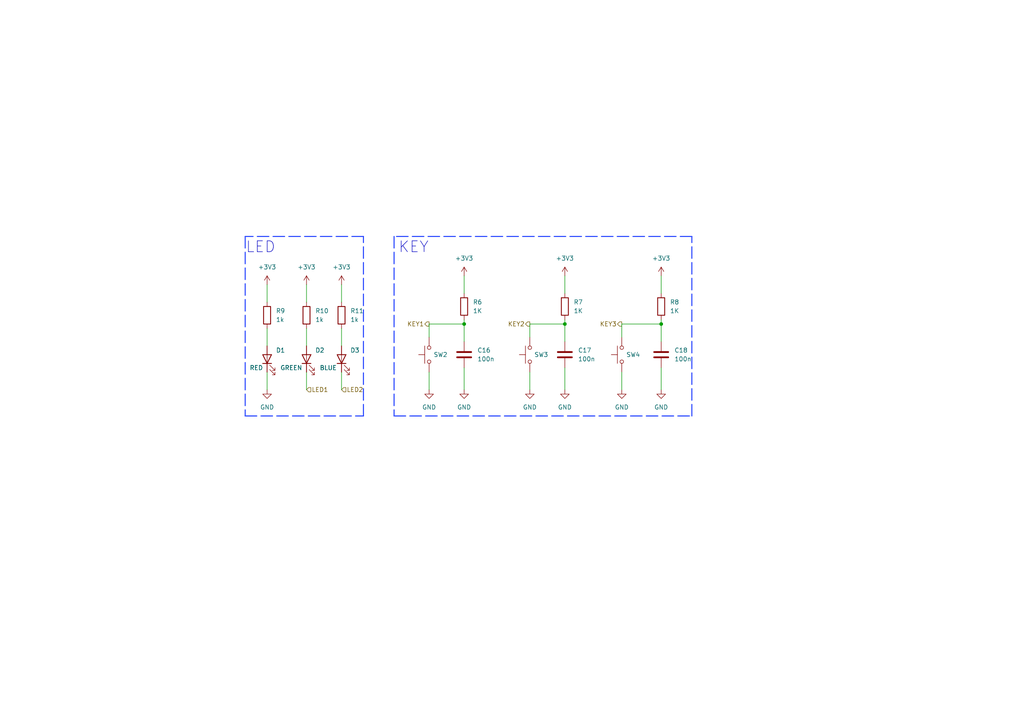
<source format=kicad_sch>
(kicad_sch (version 20211123) (generator eeschema)
  (paper "A4")
  (lib_symbols
    (symbol "Device:C" (pin_numbers hide) (pin_names (offset 0.254))
      (property "Reference" "C" (at 0.635 2.54 0))
      (property "Value" "C" (at 0.635 -2.54 0))
      (symbol "C_0_1"
        (polyline (pts (xy -2.032 -0.762) (xy 2.032 -0.762)) (stroke (width 0.508)))
        (polyline (pts (xy -2.032 0.762) (xy 2.032 0.762)) (stroke (width 0.508)))
      )
      (symbol "C_1_1"
        (pin passive line (at 0 3.81 270) (length 2.794) (name "~") (number "1"))
        (pin passive line (at 0 -3.81 90) (length 2.794) (name "~") (number "2"))
      )
    )
    (symbol "Device:LED" (pin_numbers hide) (pin_names (offset 1.016) hide)
      (property "Reference" "D" (at 0 2.54 0))
      (property "Value" "LED" (at 0 -2.54 0))
      (symbol "LED_0_1"
        (polyline (pts (xy -1.27 -1.27) (xy -1.27 1.27)) (stroke (width 0.254)))
        (polyline (pts (xy -1.27 0) (xy 1.27 0)))
        (polyline (pts (xy 1.27 -1.27) (xy 1.27 1.27) (xy -1.27 0) (xy 1.27 -1.27)) (stroke (width 0.254)))
        (polyline (pts (xy -3.048 -0.762) (xy -4.572 -2.286) (xy -3.81 -2.286) (xy -4.572 -2.286) (xy -4.572 -1.524)))
        (polyline (pts (xy -1.778 -0.762) (xy -3.302 -2.286) (xy -2.54 -2.286) (xy -3.302 -2.286) (xy -3.302 -1.524)))
      )
      (symbol "LED_1_1"
        (pin passive line (at -3.81 0 0) (length 2.54) (name "K") (number "1"))
        (pin passive line (at 3.81 0 180) (length 2.54) (name "A") (number "2"))
      )
    )
    (symbol "Device:R" (pin_numbers hide) (pin_names (offset 0))
      (property "Reference" "R" (at 2.032 0 90))
      (property "Value" "R" (at 0 0 90))
      (symbol "R_0_1"
        (rectangle (start -1.016 -2.54) (end 1.016 2.54) (stroke (width 0.254)))
      )
      (symbol "R_1_1"
        (pin passive line (at 0 3.81 270) (length 1.27) (name "~") (number "1"))
        (pin passive line (at 0 -3.81 90) (length 1.27) (name "~") (number "2"))
      )
    )
    (symbol "Switch:SW_Push" (pin_numbers hide) (pin_names (offset 1.016) hide)
      (property "Reference" "SW" (at 1.27 2.54 0))
      (property "Value" "SW_Push" (at 0 -1.524 0))
      (symbol "SW_Push_0_1"
        (circle (center -2.032 0) (radius 0.508))
        (polyline (pts (xy 0 1.27) (xy 0 3.048)))
        (polyline (pts (xy 2.54 1.27) (xy -2.54 1.27)))
        (circle (center 2.032 0) (radius 0.508))
        (pin passive line (at -5.08 0 0) (length 2.54) (name "1") (number "1"))
        (pin passive line (at 5.08 0 180) (length 2.54) (name "2") (number "2"))
      )
    )
    (symbol "power:+3V3" (power) (pin_names (offset 0))
      (property "Value" "+3V3" (at 0 3.556 0))
      (symbol "+3V3_0_1"
        (polyline (pts (xy -0.762 1.27) (xy 0 2.54)))
        (polyline (pts (xy 0 0) (xy 0 2.54)))
        (polyline (pts (xy 0 2.54) (xy 0.762 1.27)))
      )
      (symbol "+3V3_1_1"
        (pin power_in line (at 0 0 90) (length 0) hide (name "+3V3") (number "1"))
      )
    )
    (symbol "power:GND" (power) (pin_names (offset 0))
      (property "Value" "GND" (at 0 -3.81 0))
      (symbol "GND_0_1"
        (polyline (pts (xy 0 0) (xy 0 -1.27) (xy 1.27 -1.27) (xy 0 -2.54) (xy -1.27 -1.27) (xy 0 -1.27)))
      )
      (symbol "GND_1_1"
        (pin power_in line (at 0 0 270) (length 0) hide (name "GND") (number "1"))
      )
    )
  )
  (junction (at 191.77 93.98))
  (junction (at 134.62 93.98))
  (junction (at 163.83 93.98))
  (wire (pts (xy 180.34 93.98) (xy 191.77 93.98)))
  (wire (pts (xy 134.62 93.98) (xy 134.62 99.06)))
  (wire (pts (xy 124.46 93.98) (xy 134.62 93.98)))
  (wire (pts (xy 163.83 106.68) (xy 163.83 113.03)))
  (wire (pts (xy 77.47 82.55) (xy 77.47 87.63)))
  (wire (pts (xy 163.83 92.71) (xy 163.83 93.98)))
  (wire (pts (xy 153.67 107.95) (xy 153.67 113.03)))
  (wire (pts (xy 77.47 107.95) (xy 77.47 113.03)))
  (wire (pts (xy 88.9 82.55) (xy 88.9 87.63)))
  (wire (pts (xy 163.83 93.98) (xy 163.83 99.06)))
  (wire (pts (xy 134.62 92.71) (xy 134.62 93.98)))
  (wire (pts (xy 99.06 107.95) (xy 99.06 113.03)))
  (bus (pts (xy 114.3 120.65) (xy 200.66 120.65)) (stroke (width 0) (type dash) (color 39 69 255 1)))
  (bus (pts (xy 71.12 120.65) (xy 105.41 120.65)) (stroke (width 0) (type dash) (color 39 69 255 1)))
  (wire (pts (xy 88.9 95.25) (xy 88.9 100.33)))
  (wire (pts (xy 180.34 97.79) (xy 180.34 93.98)))
  (wire (pts (xy 134.62 80.01) (xy 134.62 85.09)))
  (wire (pts (xy 99.06 82.55) (xy 99.06 87.63)))
  (bus (pts (xy 71.12 68.58) (xy 71.12 120.65)) (stroke (width 0) (type dash) (color 39 69 255 1)))
  (wire (pts (xy 191.77 106.68) (xy 191.77 113.03)))
  (wire (pts (xy 153.67 93.98) (xy 163.83 93.98)))
  (wire (pts (xy 88.9 107.95) (xy 88.9 113.03)))
  (wire (pts (xy 124.46 107.95) (xy 124.46 113.03)))
  (wire (pts (xy 153.67 97.79) (xy 153.67 93.98)))
  (wire (pts (xy 191.77 93.98) (xy 191.77 99.06)))
  (wire (pts (xy 180.34 107.95) (xy 180.34 113.03)))
  (wire (pts (xy 191.77 92.71) (xy 191.77 93.98)))
  (bus (pts (xy 105.41 120.65) (xy 105.41 68.58)) (stroke (width 0) (type dash) (color 39 69 255 1)))
  (wire (pts (xy 77.47 95.25) (xy 77.47 100.33)))
  (wire (pts (xy 124.46 97.79) (xy 124.46 93.98)))
  (bus (pts (xy 200.66 120.65) (xy 200.66 68.58)) (stroke (width 0) (type dash) (color 39 69 255 1)))
  (wire (pts (xy 99.06 95.25) (xy 99.06 100.33)))
  (wire (pts (xy 191.77 80.01) (xy 191.77 85.09)))
  (bus (pts (xy 200.66 68.58) (xy 114.3 68.58)) (stroke (width 0) (type dash) (color 39 69 255 1)))
  (wire (pts (xy 134.62 106.68) (xy 134.62 113.03)))
  (bus (pts (xy 105.41 68.58) (xy 71.12 68.58)) (stroke (width 0) (type dash) (color 39 69 255 1)))
  (wire (pts (xy 163.83 80.01) (xy 163.83 85.09)))
  (bus (pts (xy 114.3 68.58) (xy 114.3 120.65)) (stroke (width 0) (type dash) (color 39 69 255 1)))
  (text "KEY\n" (at 124.46 73.66 180) (effects (font (size 3.17 3.17)) (justify right bottom)))
  (text "LED\n" (at 80.01 73.66 180) (effects (font (size 3.17 3.17)) (justify right bottom)))
  (hierarchical_label "LED2" (shape input) (at 99.06 113.03 0))
  (hierarchical_label "KEY1" (shape output) (at 124.46 93.98 180))
  (hierarchical_label "KEY2" (shape output) (at 153.67 93.98 180))
  (hierarchical_label "KEY3" (shape output) (at 180.34 93.98 180))
  (hierarchical_label "LED1" (shape input) (at 88.9 113.03 0))
  (symbol (lib_id "Device:R") (at 191.77 88.9 0) (unit 1)
    (property "Reference" "R8" (at 194.31 87.6299 0) (effects (justify left)))
    (property "Value" "1K" (at 194.31 90.1699 0) (effects (justify left)))
    (property "Footprint" "R_0603_1608Metric" (effects hide))
  )
  (symbol (lib_id "Device:R") (at 88.9 91.44 0) (unit 1)
    (property "Reference" "R10" (at 91.44 90.1699 0) (effects (justify left)))
    (property "Value" "1k" (at 91.44 92.7099 0) (effects (justify left)))
    (property "Footprint" "R_0603_1608Metric" (effects hide))
  )
  (symbol (lib_id "power:GND") (at 124.46 113.03 0) (unit 1)
    (property "Reference" "#PWR0136" (effects hide))
    (property "Value" "GND" (at 124.46 118.11 0))
  )
  (symbol (lib_id "Switch:SW_Push") (at 180.34 102.87 90) (unit 1)
    (property "Reference" "SW4" (at 181.61 102.8699 90) (effects (justify right)))
    (property "Value" "SW_Push" (effects hide))
    (property "Footprint" "SW_Push_1P1T_NO_6x6mm_H9.5mm" (effects hide))
  )
  (symbol (lib_id "Device:C") (at 163.83 102.87 0) (unit 1)
    (property "Reference" "C17" (at 167.64 101.5999 0) (effects (justify left)))
    (property "Value" "100n" (at 167.64 104.1399 0) (effects (justify left)))
    (property "Footprint" "C_0603_1608Metric" (effects hide))
  )
  (symbol (lib_id "Switch:SW_Push") (at 153.67 102.87 90) (unit 1)
    (property "Reference" "SW3" (at 154.94 102.8699 90) (effects (justify right)))
    (property "Value" "SW_Push" (effects hide))
    (property "Footprint" "SW_Push_1P1T_NO_6x6mm_H9.5mm" (effects hide))
  )
  (symbol (lib_id "power:GND") (at 134.62 113.03 0) (unit 1)
    (property "Reference" "#PWR0142" (effects hide))
    (property "Value" "GND" (at 134.62 118.11 0))
  )
  (symbol (lib_id "Device:LED") (at 88.9 104.14 90) (unit 1)
    (property "Reference" "D2" (at 91.44 101.6 90) (effects (justify right)))
    (property "Value" "GREEN" (at 81.28 106.68 90) (effects (justify right)))
    (property "Footprint" "LED_0603_1608Metric" (effects hide))
  )
  (symbol (lib_id "Device:C") (at 134.62 102.87 0) (unit 1)
    (property "Reference" "C16" (at 138.43 101.5999 0) (effects (justify left)))
    (property "Value" "100n" (at 138.43 104.1399 0) (effects (justify left)))
    (property "Footprint" "C_0603_1608Metric" (effects hide))
  )
  (symbol (lib_id "Device:R") (at 134.62 88.9 0) (unit 1)
    (property "Reference" "R6" (at 137.16 87.6299 0) (effects (justify left)))
    (property "Value" "1K" (at 137.16 90.1699 0) (effects (justify left)))
    (property "Footprint" "R_0603_1608Metric" (effects hide))
  )
  (symbol (lib_id "power:GND") (at 153.67 113.03 0) (unit 1)
    (property "Reference" "#PWR0144" (effects hide))
    (property "Value" "GND" (at 153.67 118.11 0))
  )
  (symbol (lib_id "Device:LED") (at 77.47 104.14 90) (unit 1)
    (property "Reference" "D1" (at 80.01 101.6 90) (effects (justify right)))
    (property "Value" "RED" (at 72.39 106.68 90) (effects (justify right)))
    (property "Footprint" "LED_0603_1608Metric" (effects hide))
  )
  (symbol (lib_id "Device:C") (at 191.77 102.87 0) (unit 1)
    (property "Reference" "C18" (at 195.58 101.5999 0) (effects (justify left)))
    (property "Value" "100n" (at 195.58 104.1399 0) (effects (justify left)))
    (property "Footprint" "C_0603_1608Metric" (effects hide))
  )
  (symbol (lib_id "power:+3V3") (at 88.9 82.55 0) (unit 1)
    (property "Reference" "#PWR0141" (effects hide))
    (property "Value" "+3V3" (at 88.9 77.47 0))
  )
  (symbol (lib_id "Switch:SW_Push") (at 124.46 102.87 90) (unit 1)
    (property "Reference" "SW2" (at 125.73 102.8699 90) (effects (justify right)))
    (property "Value" "SW_Push" (effects hide))
    (property "Footprint" "SW_Push_1P1T_NO_6x6mm_H9.5mm" (effects hide))
  )
  (symbol (lib_id "power:+3V3") (at 134.62 80.01 0) (unit 1)
    (property "Reference" "#PWR0148" (effects hide))
    (property "Value" "+3V3" (at 134.62 74.93 0))
  )
  (symbol (lib_id "power:+3V3") (at 163.83 80.01 0) (unit 1)
    (property "Reference" "#PWR0149" (effects hide))
    (property "Value" "+3V3" (at 163.83 74.93 0))
  )
  (symbol (lib_id "power:+3V3") (at 77.47 82.55 0) (unit 1)
    (property "Reference" "#PWR0135" (effects hide))
    (property "Value" "+3V3" (at 77.47 77.47 0))
  )
  (symbol (lib_id "Device:R") (at 77.47 91.44 0) (unit 1)
    (property "Reference" "R9" (at 80.01 90.1699 0) (effects (justify left)))
    (property "Value" "1k" (at 80.01 92.7099 0) (effects (justify left)))
    (property "Footprint" "R_0603_1608Metric" (effects hide))
  )
  (symbol (lib_id "power:GND") (at 180.34 113.03 0) (unit 1)
    (property "Reference" "#PWR0145" (effects hide))
    (property "Value" "GND" (at 180.34 118.11 0))
  )
  (symbol (lib_id "power:GND") (at 77.47 113.03 0) (unit 1)
    (property "Reference" "#PWR0138" (effects hide))
    (property "Value" "GND" (at 77.47 118.11 0))
  )
  (symbol (lib_id "Device:R") (at 163.83 88.9 0) (unit 1)
    (property "Reference" "R7" (at 166.37 87.6299 0) (effects (justify left)))
    (property "Value" "1K" (at 166.37 90.1699 0) (effects (justify left)))
    (property "Footprint" "R_0603_1608Metric" (effects hide))
  )
  (symbol (lib_id "power:+3V3") (at 191.77 80.01 0) (unit 1)
    (property "Reference" "#PWR0146" (effects hide))
    (property "Value" "+3V3" (at 191.77 74.93 0))
  )
  (symbol (lib_id "Device:R") (at 99.06 91.44 0) (unit 1)
    (property "Reference" "R11" (at 101.6 90.1699 0) (effects (justify left)))
    (property "Value" "1k" (at 101.6 92.7099 0) (effects (justify left)))
    (property "Footprint" "R_0603_1608Metric" (effects hide))
  )
  (symbol (lib_id "Device:LED") (at 99.06 104.14 90) (unit 1)
    (property "Reference" "D3" (at 101.6 101.6 90) (effects (justify right)))
    (property "Value" "BLUE" (at 92.71 106.68 90) (effects (justify right)))
    (property "Footprint" "LED_0603_1608Metric" (effects hide))
  )
  (symbol (lib_id "power:GND") (at 191.77 113.03 0) (unit 1)
    (property "Reference" "#PWR0147" (effects hide))
    (property "Value" "GND" (at 191.77 118.11 0))
  )
  (symbol (lib_id "power:GND") (at 163.83 113.03 0) (unit 1)
    (property "Reference" "#PWR0143" (effects hide))
    (property "Value" "GND" (at 163.83 118.11 0))
  )
  (symbol (lib_id "power:+3V3") (at 99.06 82.55 0) (unit 1)
    (property "Reference" "#PWR0140" (effects hide))
    (property "Value" "+3V3" (at 99.06 77.47 0))
  )
)
</source>
